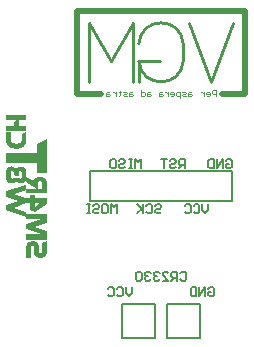
<source format=gbo>
G04 Layer_Color=32896*
%FSAX44Y44*%
%MOMM*%
G71*
G01*
G75*
%ADD26C,0.2000*%
%ADD27C,0.1270*%
%ADD41C,0.2540*%
%ADD42C,0.5000*%
%ADD43C,0.2500*%
%ADD44C,0.1000*%
G36*
X00481891Y00953765D02*
X00482335Y00953691D01*
X00482761Y00953580D01*
X00483168Y00953431D01*
X00483539Y00953265D01*
X00483890Y00953080D01*
X00484205Y00952876D01*
X00484501Y00952672D01*
X00484761Y00952469D01*
X00484983Y00952265D01*
X00485168Y00952080D01*
X00485335Y00951913D01*
X00485464Y00951765D01*
X00485557Y00951654D01*
X00485612Y00951580D01*
X00485631Y00951561D01*
X00485853Y00951932D01*
X00486112Y00952246D01*
X00486390Y00952524D01*
X00486668Y00952746D01*
X00486909Y00952932D01*
X00487112Y00953043D01*
X00487186Y00953098D01*
X00487242Y00953135D01*
X00487279Y00953154D01*
X00487298D01*
X00487742Y00953339D01*
X00488205Y00953487D01*
X00488631Y00953580D01*
X00489038Y00953654D01*
X00489223Y00953672D01*
X00489390Y00953691D01*
X00489538Y00953709D01*
X00489668Y00953728D01*
X00489908D01*
X00490205Y00953709D01*
X00490482Y00953672D01*
X00490742Y00953635D01*
X00490964Y00953580D01*
X00491149Y00953505D01*
X00491278Y00953468D01*
X00491371Y00953431D01*
X00491408Y00953413D01*
X00491667Y00953283D01*
X00491908Y00953154D01*
X00492112Y00953006D01*
X00492297Y00952876D01*
X00492445Y00952746D01*
X00492556Y00952654D01*
X00492630Y00952580D01*
X00492649Y00952561D01*
X00492834Y00952357D01*
X00493019Y00952135D01*
X00493167Y00951932D01*
X00493297Y00951747D01*
X00493389Y00951580D01*
X00493482Y00951432D01*
X00493519Y00951358D01*
X00493537Y00951321D01*
X00493667Y00951061D01*
X00493760Y00950802D01*
X00493852Y00950561D01*
X00493908Y00950339D01*
X00493945Y00950135D01*
X00493982Y00949987D01*
X00494001Y00949895D01*
Y00949858D01*
Y00943488D01*
X00493945Y00943192D01*
X00493871Y00942914D01*
X00493797Y00942655D01*
X00493723Y00942433D01*
X00493649Y00942229D01*
X00493575Y00942099D01*
X00493537Y00942007D01*
X00493519Y00941970D01*
X00493389Y00941711D01*
X00493241Y00941488D01*
X00493075Y00941266D01*
X00492945Y00941099D01*
X00492815Y00940951D01*
X00492723Y00940840D01*
X00492649Y00940766D01*
X00492630Y00940748D01*
X00492426Y00940562D01*
X00492204Y00940396D01*
X00492001Y00940266D01*
X00491815Y00940155D01*
X00491649Y00940062D01*
X00491501Y00939988D01*
X00491427Y00939951D01*
X00491390Y00939933D01*
X00491130Y00939840D01*
X00490871Y00939766D01*
X00490612Y00939711D01*
X00490390Y00939674D01*
X00490205Y00939655D01*
X00490038Y00939637D01*
X00489908D01*
X00489390Y00939655D01*
X00488890Y00939729D01*
X00488446Y00939822D01*
X00488057Y00939914D01*
X00487890Y00939970D01*
X00487742Y00940025D01*
X00487612Y00940062D01*
X00487501Y00940099D01*
X00487409Y00940136D01*
X00487353Y00940174D01*
X00487316Y00940192D01*
X00487298D01*
X00486890Y00940414D01*
X00486557Y00940674D01*
X00486260Y00940933D01*
X00486038Y00941192D01*
X00485853Y00941433D01*
X00485723Y00941618D01*
X00485686Y00941692D01*
X00485649Y00941748D01*
X00485631Y00941766D01*
Y00941785D01*
X00485316Y00941396D01*
X00484983Y00941062D01*
X00484631Y00940766D01*
X00484279Y00940507D01*
X00483927Y00940303D01*
X00483576Y00940118D01*
X00483242Y00939970D01*
X00482909Y00939859D01*
X00482594Y00939766D01*
X00482317Y00939692D01*
X00482057Y00939655D01*
X00481835Y00939618D01*
X00481668Y00939600D01*
X00481520Y00939581D01*
X00481409D01*
X00481020Y00939600D01*
X00480650Y00939637D01*
X00480335Y00939692D01*
X00480039Y00939766D01*
X00479817Y00939822D01*
X00479632Y00939877D01*
X00479520Y00939914D01*
X00479502Y00939933D01*
X00479483D01*
X00479187Y00940081D01*
X00478909Y00940229D01*
X00478650Y00940396D01*
X00478447Y00940562D01*
X00478261Y00940711D01*
X00478132Y00940822D01*
X00478058Y00940896D01*
X00478021Y00940933D01*
X00477798Y00941192D01*
X00477613Y00941451D01*
X00477465Y00941692D01*
X00477336Y00941933D01*
X00477224Y00942136D01*
X00477150Y00942303D01*
X00477113Y00942414D01*
X00477095Y00942433D01*
Y00942451D01*
X00476984Y00942784D01*
X00476910Y00943136D01*
X00476854Y00943451D01*
X00476817Y00943766D01*
X00476799Y00944007D01*
X00476780Y00944210D01*
Y00944284D01*
Y00944340D01*
Y00944377D01*
Y00944395D01*
Y00948951D01*
X00476799Y00949339D01*
X00476836Y00949691D01*
X00476891Y00950024D01*
X00476947Y00950321D01*
X00477002Y00950561D01*
X00477058Y00950747D01*
X00477076Y00950802D01*
X00477095Y00950858D01*
X00477113Y00950876D01*
Y00950895D01*
X00477243Y00951228D01*
X00477410Y00951524D01*
X00477558Y00951784D01*
X00477706Y00952006D01*
X00477854Y00952191D01*
X00477965Y00952320D01*
X00478039Y00952394D01*
X00478058Y00952432D01*
X00478298Y00952654D01*
X00478539Y00952858D01*
X00478798Y00953024D01*
X00479021Y00953154D01*
X00479224Y00953265D01*
X00479372Y00953357D01*
X00479483Y00953394D01*
X00479520Y00953413D01*
X00479854Y00953543D01*
X00480187Y00953635D01*
X00480502Y00953691D01*
X00480798Y00953746D01*
X00481039Y00953765D01*
X00481242Y00953783D01*
X00481409D01*
X00481891Y00953765D01*
D02*
G37*
G36*
X00511225Y00881294D02*
X00511207Y00880887D01*
X00511170Y00880517D01*
X00511096Y00880165D01*
X00511040Y00879869D01*
X00510966Y00879628D01*
X00510892Y00879443D01*
X00510874Y00879369D01*
X00510855Y00879313D01*
X00510837Y00879295D01*
Y00879276D01*
X00510670Y00878943D01*
X00510503Y00878646D01*
X00510318Y00878387D01*
X00510151Y00878165D01*
X00509985Y00877980D01*
X00509855Y00877850D01*
X00509781Y00877776D01*
X00509744Y00877739D01*
X00509466Y00877517D01*
X00509189Y00877313D01*
X00508892Y00877147D01*
X00508633Y00877017D01*
X00508392Y00876906D01*
X00508207Y00876832D01*
X00508133Y00876795D01*
X00508078Y00876776D01*
X00508059Y00876758D01*
X00508041D01*
X00507670Y00876647D01*
X00507281Y00876573D01*
X00506930Y00876499D01*
X00506596Y00876462D01*
X00506300Y00876443D01*
X00506170D01*
X00506078Y00876424D01*
X00505874D01*
X00505245Y00876462D01*
X00504652Y00876536D01*
X00504134Y00876647D01*
X00503893Y00876721D01*
X00503671Y00876795D01*
X00503485Y00876850D01*
X00503319Y00876925D01*
X00503152Y00876980D01*
X00503041Y00877036D01*
X00502930Y00877073D01*
X00502856Y00877110D01*
X00502819Y00877147D01*
X00502800D01*
X00502578Y00877276D01*
X00502374Y00877406D01*
X00502189Y00877517D01*
X00502023Y00877628D01*
X00501893Y00877721D01*
X00501800Y00877795D01*
X00501745Y00877832D01*
X00501726Y00877850D01*
X00501430Y00878165D01*
X00501319Y00878332D01*
X00501208Y00878480D01*
X00501134Y00878609D01*
X00501078Y00878721D01*
X00501041Y00878795D01*
X00501023Y00878813D01*
X00500930Y00879054D01*
X00500838Y00879295D01*
X00500764Y00879517D01*
X00500708Y00879758D01*
X00500671Y00879943D01*
X00500634Y00880109D01*
X00500615Y00880202D01*
Y00880239D01*
X00500578Y00880572D01*
X00500560Y00880906D01*
X00500523Y00881257D01*
Y00881572D01*
X00500504Y00881850D01*
Y00881980D01*
Y00882072D01*
Y00882165D01*
Y00882220D01*
Y00882257D01*
Y00882276D01*
Y00884072D01*
Y00884294D01*
Y00884461D01*
Y00884535D01*
Y00884590D01*
Y00884609D01*
Y00884627D01*
Y00884794D01*
X00500523Y00884905D01*
Y00884998D01*
Y00885016D01*
X00500467Y00885312D01*
X00500412Y00885553D01*
X00500338Y00885775D01*
X00500245Y00885942D01*
X00500171Y00886072D01*
X00500097Y00886183D01*
X00500060Y00886238D01*
X00500041Y00886257D01*
X00499893Y00886405D01*
X00499745Y00886516D01*
X00499597Y00886590D01*
X00499467Y00886646D01*
X00499356Y00886683D01*
X00499264Y00886701D01*
X00499171D01*
X00498968Y00886683D01*
X00498782Y00886627D01*
X00498616Y00886553D01*
X00498486Y00886460D01*
X00498375Y00886368D01*
X00498301Y00886294D01*
X00498245Y00886238D01*
X00498227Y00886220D01*
X00498116Y00886035D01*
X00498023Y00885831D01*
X00497968Y00885627D01*
X00497912Y00885442D01*
X00497893Y00885275D01*
X00497875Y00885146D01*
Y00885053D01*
Y00885016D01*
Y00876424D01*
X00494005D01*
Y00885683D01*
X00494024Y00886109D01*
X00494061Y00886498D01*
X00494116Y00886831D01*
X00494190Y00887146D01*
X00494264Y00887386D01*
X00494320Y00887571D01*
X00494338Y00887646D01*
X00494357Y00887701D01*
X00494375Y00887720D01*
Y00887738D01*
X00494524Y00888072D01*
X00494709Y00888368D01*
X00494875Y00888645D01*
X00495061Y00888868D01*
X00495209Y00889053D01*
X00495338Y00889183D01*
X00495412Y00889257D01*
X00495449Y00889294D01*
X00495727Y00889516D01*
X00496023Y00889719D01*
X00496320Y00889886D01*
X00496579Y00890016D01*
X00496819Y00890127D01*
X00497005Y00890219D01*
X00497079Y00890238D01*
X00497134Y00890256D01*
X00497153Y00890275D01*
X00497171D01*
X00497560Y00890386D01*
X00497949Y00890479D01*
X00498319Y00890534D01*
X00498653Y00890590D01*
X00498949Y00890608D01*
X00499079D01*
X00499190Y00890627D01*
X00499393D01*
X00499856Y00890608D01*
X00500301Y00890571D01*
X00500708Y00890497D01*
X00501097Y00890423D01*
X00501449Y00890312D01*
X00501782Y00890164D01*
X00502097Y00890016D01*
X00502374Y00889849D01*
X00502634Y00889682D01*
X00502874Y00889479D01*
X00503097Y00889275D01*
X00503300Y00889071D01*
X00503485Y00888849D01*
X00503634Y00888608D01*
X00503911Y00888164D01*
X00504134Y00887701D01*
X00504282Y00887257D01*
X00504411Y00886831D01*
X00504485Y00886460D01*
X00504522Y00886146D01*
X00504541Y00886016D01*
Y00885905D01*
X00504560Y00885813D01*
Y00885738D01*
Y00885701D01*
Y00885683D01*
Y00881757D01*
X00504578Y00881535D01*
X00504615Y00881350D01*
X00504671Y00881165D01*
X00504745Y00881017D01*
X00504819Y00880887D01*
X00504874Y00880795D01*
X00504911Y00880739D01*
X00504930Y00880720D01*
X00505078Y00880572D01*
X00505226Y00880480D01*
X00505393Y00880406D01*
X00505541Y00880350D01*
X00505671Y00880313D01*
X00505782Y00880294D01*
X00505874D01*
X00506115Y00880313D01*
X00506319Y00880350D01*
X00506485Y00880424D01*
X00506652Y00880517D01*
X00506782Y00880628D01*
X00506874Y00880757D01*
X00506967Y00880887D01*
X00507041Y00881035D01*
X00507133Y00881294D01*
X00507189Y00881535D01*
X00507207Y00881628D01*
Y00881702D01*
Y00881739D01*
Y00881757D01*
X00507170Y00888701D01*
X00511225Y00890627D01*
Y00881294D01*
D02*
G37*
G36*
X00494001Y00934100D02*
X00483224Y00930508D01*
X00494001Y00926916D01*
Y00922601D01*
X00483224Y00919028D01*
X00494001Y00915435D01*
Y00911140D01*
X00476780Y00916880D01*
Y00921194D01*
X00487538Y00924768D01*
X00476780Y00928360D01*
Y00932674D01*
X00494001Y00938415D01*
Y00934100D01*
D02*
G37*
G36*
X00494000Y00976485D02*
X00493982Y00975855D01*
X00493908Y00975263D01*
X00493797Y00974744D01*
X00493741Y00974504D01*
X00493686Y00974281D01*
X00493612Y00974078D01*
X00493556Y00973893D01*
X00493501Y00973726D01*
X00493464Y00973596D01*
X00493408Y00973504D01*
X00493389Y00973411D01*
X00493352Y00973374D01*
Y00973356D01*
X00493093Y00972856D01*
X00492815Y00972393D01*
X00492519Y00971985D01*
X00492223Y00971634D01*
X00491964Y00971356D01*
X00491852Y00971245D01*
X00491760Y00971152D01*
X00491686Y00971078D01*
X00491630Y00971004D01*
X00491593Y00970985D01*
X00491575Y00970967D01*
X00491130Y00970615D01*
X00490667Y00970300D01*
X00490205Y00970041D01*
X00489779Y00969819D01*
X00489594Y00969726D01*
X00489408Y00969634D01*
X00489242Y00969578D01*
X00489112Y00969523D01*
X00488982Y00969467D01*
X00488908Y00969430D01*
X00488853Y00969411D01*
X00488834D01*
X00488223Y00969226D01*
X00487594Y00969097D01*
X00487001Y00969004D01*
X00486723Y00968967D01*
X00486464Y00968949D01*
X00486223Y00968912D01*
X00486001D01*
X00485798Y00968893D01*
X00485631Y00968875D01*
X00484983D01*
X00484631Y00968912D01*
X00484261Y00968930D01*
X00483890Y00968967D01*
X00483576Y00969004D01*
X00483428Y00969023D01*
X00483298D01*
X00483205Y00969041D01*
X00483131Y00969060D01*
X00483057D01*
X00482687Y00969115D01*
X00482317Y00969208D01*
X00481983Y00969300D01*
X00481668Y00969393D01*
X00481428Y00969486D01*
X00481224Y00969560D01*
X00481150Y00969597D01*
X00481094Y00969615D01*
X00481076Y00969634D01*
X00481057D01*
X00480705Y00969819D01*
X00480372Y00970004D01*
X00480076Y00970189D01*
X00479817Y00970356D01*
X00479594Y00970523D01*
X00479428Y00970634D01*
X00479317Y00970708D01*
X00479298Y00970745D01*
X00479280D01*
X00478983Y00971004D01*
X00478724Y00971263D01*
X00478484Y00971504D01*
X00478280Y00971745D01*
X00478113Y00971930D01*
X00478002Y00972096D01*
X00477910Y00972189D01*
X00477891Y00972226D01*
X00477687Y00972541D01*
X00477521Y00972856D01*
X00477391Y00973152D01*
X00477280Y00973411D01*
X00477206Y00973633D01*
X00477150Y00973819D01*
X00477132Y00973930D01*
X00477113Y00973948D01*
Y00973967D01*
X00477058Y00974226D01*
X00477002Y00974467D01*
X00476965Y00974670D01*
X00476928Y00974855D01*
X00476891Y00974985D01*
X00476873Y00975096D01*
X00476854Y00975152D01*
Y00975170D01*
X00476836Y00975337D01*
X00476817Y00975467D01*
X00476799Y00975578D01*
Y00975670D01*
X00476780Y00975744D01*
Y00975781D01*
Y00975818D01*
Y00983169D01*
X00480835D01*
Y00976226D01*
X00480854Y00975948D01*
X00480891Y00975670D01*
X00480965Y00975429D01*
X00481076Y00975189D01*
X00481205Y00974985D01*
X00481335Y00974781D01*
X00481502Y00974596D01*
X00481687Y00974411D01*
X00482113Y00974115D01*
X00482576Y00973856D01*
X00483076Y00973652D01*
X00483594Y00973485D01*
X00484094Y00973356D01*
X00484594Y00973263D01*
X00485057Y00973189D01*
X00485483Y00973152D01*
X00485668Y00973133D01*
X00485835Y00973115D01*
X00485983D01*
X00486094Y00973096D01*
X00486409D01*
X00486501Y00973115D01*
X00486723Y00973152D01*
X00487001Y00973207D01*
X00487279Y00973281D01*
X00487557Y00973356D01*
X00487779Y00973411D01*
X00487871Y00973430D01*
X00487946Y00973448D01*
X00487982Y00973467D01*
X00488001D01*
X00488223Y00973559D01*
X00488427Y00973670D01*
X00488501Y00973726D01*
X00488575Y00973763D01*
X00488612Y00973781D01*
X00488631Y00973800D01*
X00488890Y00974004D01*
X00489094Y00974189D01*
X00489168Y00974263D01*
X00489223Y00974318D01*
X00489260Y00974355D01*
X00489279Y00974374D01*
X00489482Y00974615D01*
X00489631Y00974837D01*
X00489686Y00974930D01*
X00489723Y00975004D01*
X00489760Y00975041D01*
Y00975059D01*
X00489871Y00975318D01*
X00489927Y00975522D01*
X00489945Y00975596D01*
Y00975652D01*
Y00975689D01*
Y00975707D01*
Y00981207D01*
X00494000Y00983188D01*
Y00976485D01*
D02*
G37*
G36*
Y00993539D02*
X00487390D01*
Y00987928D01*
X00494000D01*
Y00983929D01*
X00476780D01*
Y00987873D01*
X00483390D01*
Y00991835D01*
X00486131Y00993520D01*
X00476780D01*
Y00997575D01*
X00494000D01*
Y00993539D01*
D02*
G37*
G36*
X00511225Y00906273D02*
X00500449Y00902681D01*
X00511225Y00899089D01*
Y00891923D01*
X00494005D01*
Y00896237D01*
X00506911D01*
X00494005Y00900533D01*
Y00904829D01*
X00506911Y00909143D01*
X00494005D01*
Y00913458D01*
X00511225D01*
Y00906273D01*
D02*
G37*
G36*
X00500079Y00941566D02*
X00500116Y00941621D01*
X00500153Y00941658D01*
X00500171Y00941696D01*
X00500227Y00941751D01*
X00500245Y00941788D01*
X00500393Y00942084D01*
X00500541Y00942362D01*
X00500690Y00942603D01*
X00500819Y00942825D01*
X00500949Y00942992D01*
X00501041Y00943121D01*
X00501097Y00943214D01*
X00501115Y00943232D01*
X00501301Y00943455D01*
X00501504Y00943658D01*
X00501689Y00943844D01*
X00501856Y00943992D01*
X00502023Y00944103D01*
X00502134Y00944195D01*
X00502208Y00944251D01*
X00502245Y00944269D01*
X00502486Y00944417D01*
X00502745Y00944547D01*
X00502986Y00944658D01*
X00503226Y00944732D01*
X00503411Y00944806D01*
X00503578Y00944843D01*
X00503671Y00944880D01*
X00503708D01*
X00504022Y00944955D01*
X00504337Y00944992D01*
X00504652Y00945029D01*
X00504948Y00945066D01*
X00505207D01*
X00505393Y00945084D01*
X00505578D01*
X00505985Y00945066D01*
X00506374Y00945029D01*
X00506744Y00944955D01*
X00507059Y00944899D01*
X00507318Y00944825D01*
X00507541Y00944751D01*
X00507615Y00944732D01*
X00507670Y00944714D01*
X00507689Y00944695D01*
X00507707D01*
X00508078Y00944547D01*
X00508429Y00944380D01*
X00508744Y00944214D01*
X00509003Y00944047D01*
X00509226Y00943899D01*
X00509392Y00943788D01*
X00509485Y00943714D01*
X00509522Y00943677D01*
X00509800Y00943418D01*
X00510040Y00943158D01*
X00510263Y00942899D01*
X00510429Y00942658D01*
X00510577Y00942436D01*
X00510670Y00942270D01*
X00510744Y00942159D01*
X00510762Y00942140D01*
Y00942121D01*
X00510911Y00941788D01*
X00511022Y00941455D01*
X00511114Y00941122D01*
X00511170Y00940844D01*
X00511207Y00940585D01*
X00511225Y00940381D01*
Y00940307D01*
Y00940251D01*
Y00940233D01*
Y00940214D01*
Y00930956D01*
X00494005D01*
Y00935030D01*
X00502634D01*
X00494005Y00940677D01*
Y00945306D01*
X00500079Y00941566D01*
D02*
G37*
G36*
X00511221Y00947875D02*
X00503259D01*
Y00957096D01*
X00476780D01*
Y00965317D01*
X00503259D01*
Y00972835D01*
X00511221Y00976797D01*
Y00947875D01*
D02*
G37*
G36*
X00500930Y00926919D02*
X00511225D01*
Y00921957D01*
X00500912Y00915180D01*
X00496875Y00917087D01*
Y00922605D01*
X00494005D01*
Y00926919D01*
X00496875D01*
Y00929530D01*
X00500930D01*
Y00926919D01*
D02*
G37*
%LPC*%
G36*
X00505541Y00941214D02*
X00505430D01*
X00505226Y00941196D01*
X00505022Y00941159D01*
X00504948Y00941122D01*
X00504893Y00941103D01*
X00504856Y00941085D01*
X00504837D01*
X00504615Y00940992D01*
X00504430Y00940881D01*
X00504356Y00940844D01*
X00504300Y00940807D01*
X00504282Y00940788D01*
X00504263Y00940770D01*
X00504097Y00940603D01*
X00503948Y00940455D01*
X00503874Y00940344D01*
X00503837Y00940307D01*
Y00940288D01*
X00503745Y00940085D01*
X00503689Y00939918D01*
Y00939844D01*
X00503671Y00939788D01*
Y00939751D01*
Y00939733D01*
Y00935011D01*
X00507226D01*
Y00939566D01*
X00507207Y00939807D01*
X00507133Y00940029D01*
X00507059Y00940233D01*
X00506948Y00940399D01*
X00506856Y00940547D01*
X00506763Y00940640D01*
X00506689Y00940714D01*
X00506670Y00940733D01*
X00506467Y00940899D01*
X00506245Y00941010D01*
X00506041Y00941103D01*
X00505856Y00941159D01*
X00505689Y00941196D01*
X00505541Y00941214D01*
D02*
G37*
G36*
X00488853Y00949784D02*
X00488631D01*
X00488501Y00949747D01*
X00488279Y00949673D01*
X00488186Y00949636D01*
X00488112Y00949598D01*
X00488057Y00949580D01*
X00488038Y00949561D01*
X00487909Y00949487D01*
X00487797Y00949395D01*
X00487705Y00949321D01*
X00487649Y00949247D01*
X00487557Y00949136D01*
X00487520Y00949099D01*
Y00949080D01*
Y00944692D01*
X00483483Y00946617D01*
X00483446Y00948654D01*
X00483428Y00948821D01*
X00483390Y00948969D01*
X00483335Y00949062D01*
X00483316Y00949099D01*
X00483205Y00949247D01*
X00483094Y00949358D01*
X00483020Y00949432D01*
X00483002Y00949450D01*
X00482983D01*
X00482835Y00949543D01*
X00482687Y00949636D01*
X00482576Y00949673D01*
X00482557Y00949691D01*
X00482539D01*
X00482354Y00949747D01*
X00482205Y00949765D01*
X00482076Y00949784D01*
X00482039D01*
X00481854Y00949765D01*
X00481668Y00949728D01*
X00481502Y00949673D01*
X00481372Y00949617D01*
X00481242Y00949543D01*
X00481150Y00949487D01*
X00481094Y00949450D01*
X00481076Y00949432D01*
X00480928Y00949302D01*
X00480835Y00949154D01*
X00480761Y00949006D01*
X00480705Y00948876D01*
X00480668Y00948765D01*
X00480650Y00948673D01*
Y00948617D01*
Y00948599D01*
Y00944729D01*
X00480668Y00944562D01*
X00480705Y00944432D01*
X00480743Y00944321D01*
X00480761Y00944303D01*
Y00944284D01*
X00480872Y00944136D01*
X00480965Y00944025D01*
X00481039Y00943951D01*
X00481076Y00943914D01*
X00481224Y00943821D01*
X00481372Y00943747D01*
X00481483Y00943692D01*
X00481502Y00943673D01*
X00481520D01*
X00481705Y00943618D01*
X00481872Y00943599D01*
X00482002Y00943581D01*
X00482039D01*
X00482187Y00943599D01*
X00482317Y00943618D01*
X00482557Y00943692D01*
X00482650Y00943729D01*
X00482724Y00943766D01*
X00482779Y00943803D01*
X00482798D01*
X00482946Y00943895D01*
X00483057Y00943988D01*
X00483150Y00944081D01*
X00483224Y00944173D01*
X00483279Y00944247D01*
X00483316Y00944303D01*
X00483353Y00944340D01*
Y00944358D01*
X00487483D01*
X00487538Y00944247D01*
X00487594Y00944136D01*
X00487760Y00943951D01*
X00487853Y00943895D01*
X00487927Y00943840D01*
X00487964Y00943821D01*
X00487983Y00943803D01*
X00488131Y00943729D01*
X00488279Y00943673D01*
X00488408Y00943636D01*
X00488520Y00943618D01*
X00488631Y00943599D01*
X00488705Y00943581D01*
X00488760D01*
X00488964Y00943599D01*
X00489149Y00943636D01*
X00489316Y00943692D01*
X00489464Y00943766D01*
X00489594Y00943840D01*
X00489686Y00943895D01*
X00489742Y00943932D01*
X00489760Y00943951D01*
X00489908Y00944099D01*
X00490019Y00944247D01*
X00490093Y00944395D01*
X00490149Y00944544D01*
X00490186Y00944673D01*
X00490205Y00944766D01*
Y00944840D01*
Y00944858D01*
Y00948487D01*
X00490186Y00948673D01*
X00490131Y00948858D01*
X00490056Y00949006D01*
X00489982Y00949136D01*
X00489908Y00949247D01*
X00489834Y00949321D01*
X00489779Y00949376D01*
X00489760Y00949395D01*
X00489594Y00949525D01*
X00489408Y00949617D01*
X00489242Y00949691D01*
X00489094Y00949728D01*
X00488964Y00949765D01*
X00488853Y00949784D01*
D02*
G37*
G36*
X00504948Y00922605D02*
X00500930D01*
X00500912Y00919809D01*
X00504948Y00922605D01*
D02*
G37*
%LPD*%
D26*
X00575280Y00808960D02*
X00603280D01*
Y00836960D01*
X00575280D02*
X00603280D01*
X00575280Y00808960D02*
Y00836960D01*
X00613380Y00808960D02*
X00641380D01*
Y00836960D01*
X00613380D02*
X00641380D01*
X00613380Y00808960D02*
Y00836960D01*
X00547750Y00924250D02*
X00668250D01*
Y00949750D01*
X00547750D02*
X00668250D01*
X00547750Y00924250D02*
Y00949750D01*
D27*
X00624245Y00863248D02*
X00625494Y00864498D01*
X00627993D01*
X00629243Y00863248D01*
Y00858250D01*
X00627993Y00857000D01*
X00625494D01*
X00624245Y00858250D01*
X00621745Y00857000D02*
Y00864498D01*
X00617997D01*
X00616747Y00863248D01*
Y00860749D01*
X00617997Y00859499D01*
X00621745D01*
X00619246D02*
X00616747Y00857000D01*
X00609249D02*
X00614248D01*
X00609249Y00861998D01*
Y00863248D01*
X00610499Y00864498D01*
X00612998D01*
X00614248Y00863248D01*
X00606750D02*
X00605501Y00864498D01*
X00603001D01*
X00601752Y00863248D01*
Y00861998D01*
X00603001Y00860749D01*
X00604251D01*
X00603001D01*
X00601752Y00859499D01*
Y00858250D01*
X00603001Y00857000D01*
X00605501D01*
X00606750Y00858250D01*
X00599253Y00863248D02*
X00598003Y00864498D01*
X00595504D01*
X00594254Y00863248D01*
Y00861998D01*
X00595504Y00860749D01*
X00596753D01*
X00595504D01*
X00594254Y00859499D01*
Y00858250D01*
X00595504Y00857000D01*
X00598003D01*
X00599253Y00858250D01*
X00591755Y00863248D02*
X00590505Y00864498D01*
X00588006D01*
X00586757Y00863248D01*
Y00858250D01*
X00588006Y00857000D01*
X00590505D01*
X00591755Y00858250D01*
Y00863248D01*
X00648002Y00850248D02*
X00649251Y00851498D01*
X00651750D01*
X00653000Y00850248D01*
Y00845250D01*
X00651750Y00844000D01*
X00649251D01*
X00648002Y00845250D01*
Y00847749D01*
X00650501D01*
X00645502Y00844000D02*
Y00851498D01*
X00640504Y00844000D01*
Y00851498D01*
X00638005D02*
Y00844000D01*
X00634256D01*
X00633006Y00845250D01*
Y00850248D01*
X00634256Y00851498D01*
X00638005D01*
X00583000D02*
Y00846499D01*
X00580501Y00844000D01*
X00578002Y00846499D01*
Y00851498D01*
X00570504Y00850248D02*
X00571754Y00851498D01*
X00574253D01*
X00575502Y00850248D01*
Y00845250D01*
X00574253Y00844000D01*
X00571754D01*
X00570504Y00845250D01*
X00563006Y00850248D02*
X00564256Y00851498D01*
X00566755D01*
X00568005Y00850248D01*
Y00845250D01*
X00566755Y00844000D01*
X00564256D01*
X00563006Y00845250D01*
X00570496Y00914250D02*
Y00921748D01*
X00567996Y00919249D01*
X00565497Y00921748D01*
Y00914250D01*
X00559249Y00921748D02*
X00561748D01*
X00562998Y00920498D01*
Y00915500D01*
X00561748Y00914250D01*
X00559249D01*
X00557999Y00915500D01*
Y00920498D01*
X00559249Y00921748D01*
X00550502Y00920498D02*
X00551751Y00921748D01*
X00554251D01*
X00555500Y00920498D01*
Y00919249D01*
X00554251Y00917999D01*
X00551751D01*
X00550502Y00916750D01*
Y00915500D01*
X00551751Y00914250D01*
X00554251D01*
X00555500Y00915500D01*
X00548003Y00921748D02*
X00545503D01*
X00546753D01*
Y00914250D01*
X00548003D01*
X00545503D01*
X00591120Y00952250D02*
Y00959748D01*
X00588621Y00957249D01*
X00586122Y00959748D01*
Y00952250D01*
X00583623Y00959748D02*
X00581124D01*
X00582373D01*
Y00952250D01*
X00583623D01*
X00581124D01*
X00572376Y00958498D02*
X00573626Y00959748D01*
X00576125D01*
X00577375Y00958498D01*
Y00957249D01*
X00576125Y00955999D01*
X00573626D01*
X00572376Y00954750D01*
Y00953500D01*
X00573626Y00952250D01*
X00576125D01*
X00577375Y00953500D01*
X00566128Y00959748D02*
X00568627D01*
X00569877Y00958498D01*
Y00953500D01*
X00568627Y00952250D01*
X00566128D01*
X00564879Y00953500D01*
Y00958498D01*
X00566128Y00959748D01*
X00602998Y00920498D02*
X00604248Y00921748D01*
X00606747D01*
X00607996Y00920498D01*
Y00919249D01*
X00606747Y00917999D01*
X00604248D01*
X00602998Y00916750D01*
Y00915500D01*
X00604248Y00914250D01*
X00606747D01*
X00607996Y00915500D01*
X00595500Y00920498D02*
X00596750Y00921748D01*
X00599249D01*
X00600499Y00920498D01*
Y00915500D01*
X00599249Y00914250D01*
X00596750D01*
X00595500Y00915500D01*
X00593001Y00921748D02*
Y00914250D01*
Y00916750D01*
X00588003Y00921748D01*
X00591751Y00917999D01*
X00588003Y00914250D01*
X00627996Y00952250D02*
Y00959748D01*
X00624248D01*
X00622998Y00958498D01*
Y00955999D01*
X00624248Y00954750D01*
X00627996D01*
X00625497D02*
X00622998Y00952250D01*
X00615500Y00958498D02*
X00616750Y00959748D01*
X00619249D01*
X00620499Y00958498D01*
Y00957249D01*
X00619249Y00955999D01*
X00616750D01*
X00615500Y00954750D01*
Y00953500D01*
X00616750Y00952250D01*
X00619249D01*
X00620499Y00953500D01*
X00613001Y00959748D02*
X00608003D01*
X00610502D01*
Y00952250D01*
X00647996Y00921748D02*
Y00916750D01*
X00645497Y00914250D01*
X00642998Y00916750D01*
Y00921748D01*
X00635500Y00920498D02*
X00636750Y00921748D01*
X00639249D01*
X00640499Y00920498D01*
Y00915500D01*
X00639249Y00914250D01*
X00636750D01*
X00635500Y00915500D01*
X00628003Y00920498D02*
X00629252Y00921748D01*
X00631751D01*
X00633001Y00920498D01*
Y00915500D01*
X00631751Y00914250D01*
X00629252D01*
X00628003Y00915500D01*
X00662998Y00958498D02*
X00664248Y00959748D01*
X00666747D01*
X00667996Y00958498D01*
Y00953500D01*
X00666747Y00952250D01*
X00664248D01*
X00662998Y00953500D01*
Y00955999D01*
X00665497D01*
X00660499Y00952250D02*
Y00959748D01*
X00655500Y00952250D01*
Y00959748D01*
X00653001D02*
Y00952250D01*
X00649252D01*
X00648003Y00953500D01*
Y00958498D01*
X00649252Y00959748D01*
X00653001D01*
D41*
X00589250Y01042916D02*
G03*
X00626750Y01042916I00018750J00001295D01*
G01*
Y01057916D02*
G03*
X00589250Y01057916I-00018750J-00001295D01*
G01*
D42*
X00659250Y01015416D02*
X00679250D01*
X00536750D02*
X00556750D01*
X00536750D02*
Y01085416D01*
X00679250Y01015416D02*
Y01085416D01*
X00536750D02*
X00679250D01*
D43*
X00650500Y01025416D02*
X00669250Y01075416D01*
X00631750D02*
X00650500Y01025416D01*
X00589250D02*
Y01042916D01*
X00565500D02*
X00584250Y01075416D01*
X00546750D02*
X00565500Y01042916D01*
X00546750Y01025416D02*
Y01075416D01*
X00584250Y01025416D02*
Y01075416D01*
X00589250Y01042916D02*
X00606750D01*
X00626750D02*
Y01057916D01*
D44*
X00654235Y01013750D02*
Y01018749D01*
X00651736D01*
X00650903Y01017916D01*
Y01016249D01*
X00651736Y01015416D01*
X00654235D01*
X00646737Y01013750D02*
X00648403D01*
X00649237Y01014583D01*
Y01016249D01*
X00648403Y01017083D01*
X00646737D01*
X00645904Y01016249D01*
Y01015416D01*
X00649237D01*
X00644238Y01017083D02*
Y01013750D01*
Y01015416D01*
X00643405Y01016249D01*
X00642572Y01017083D01*
X00641739D01*
X00633408D02*
X00631742D01*
X00630909Y01016249D01*
Y01013750D01*
X00633408D01*
X00634241Y01014583D01*
X00633408Y01015416D01*
X00630909D01*
X00629243Y01013750D02*
X00626744D01*
X00625911Y01014583D01*
X00626744Y01015416D01*
X00628410D01*
X00629243Y01016249D01*
X00628410Y01017083D01*
X00625911D01*
X00624245Y01012084D02*
Y01017083D01*
X00621746D01*
X00620913Y01016249D01*
Y01014583D01*
X00621746Y01013750D01*
X00624245D01*
X00616747D02*
X00618413D01*
X00619246Y01014583D01*
Y01016249D01*
X00618413Y01017083D01*
X00616747D01*
X00615914Y01016249D01*
Y01015416D01*
X00619246D01*
X00614248Y01017083D02*
Y01013750D01*
Y01015416D01*
X00613415Y01016249D01*
X00612582Y01017083D01*
X00611749D01*
X00608417D02*
X00606750D01*
X00605917Y01016249D01*
Y01013750D01*
X00608417D01*
X00609250Y01014583D01*
X00608417Y01015416D01*
X00605917D01*
X00598420Y01017083D02*
X00596754D01*
X00595921Y01016249D01*
Y01013750D01*
X00598420D01*
X00599253Y01014583D01*
X00598420Y01015416D01*
X00595921D01*
X00590922Y01018749D02*
Y01013750D01*
X00593422D01*
X00594255Y01014583D01*
Y01016249D01*
X00593422Y01017083D01*
X00590922D01*
X00583425D02*
X00581759D01*
X00580926Y01016249D01*
Y01013750D01*
X00583425D01*
X00584258Y01014583D01*
X00583425Y01015416D01*
X00580926D01*
X00579259Y01013750D02*
X00576760D01*
X00575927Y01014583D01*
X00576760Y01015416D01*
X00578426D01*
X00579259Y01016249D01*
X00578426Y01017083D01*
X00575927D01*
X00573428Y01017916D02*
Y01017083D01*
X00574261D01*
X00572595D01*
X00573428D01*
Y01014583D01*
X00572595Y01013750D01*
X00570096Y01017083D02*
Y01013750D01*
Y01015416D01*
X00569263Y01016249D01*
X00568430Y01017083D01*
X00567597D01*
X00564264D02*
X00562598D01*
X00561765Y01016249D01*
Y01013750D01*
X00564264D01*
X00565097Y01014583D01*
X00564264Y01015416D01*
X00561765D01*
M02*

</source>
